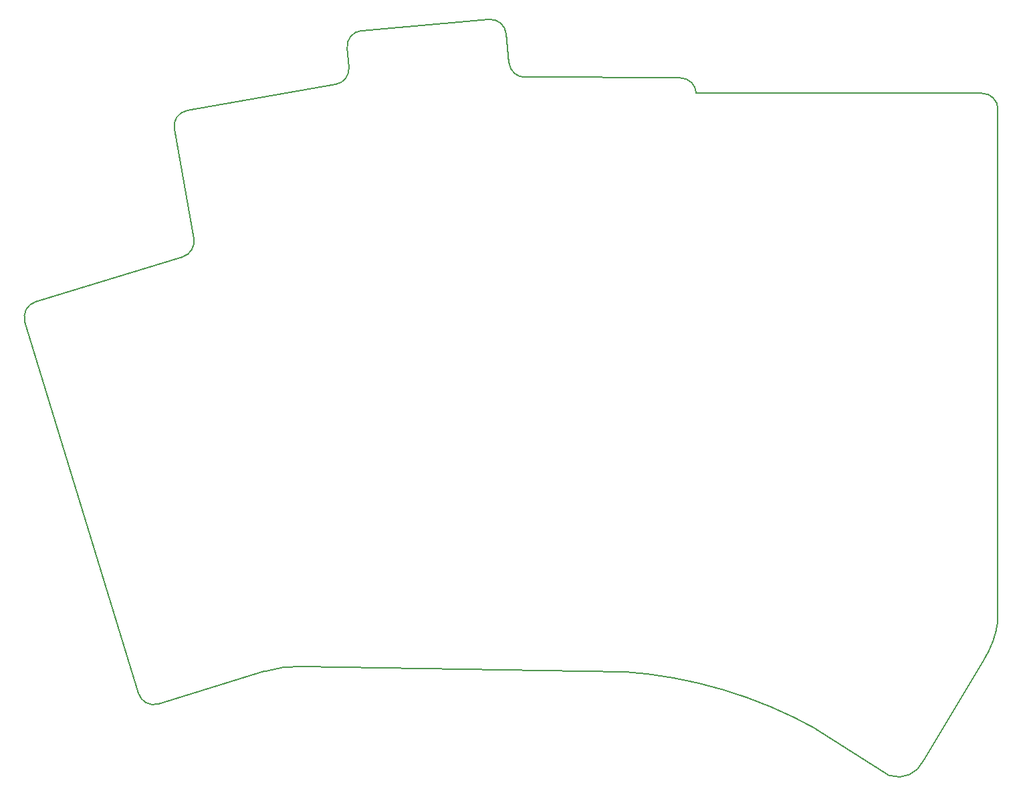
<source format=gm1>
%TF.GenerationSoftware,KiCad,Pcbnew,(6.0.4-0)*%
%TF.CreationDate,2022-04-27T15:29:04+02:00*%
%TF.ProjectId,duck-shorter-thumb,6475636b-2d73-4686-9f72-7465722d7468,v1.0.0*%
%TF.SameCoordinates,Original*%
%TF.FileFunction,Profile,NP*%
%FSLAX46Y46*%
G04 Gerber Fmt 4.6, Leading zero omitted, Abs format (unit mm)*
G04 Created by KiCad (PCBNEW (6.0.4-0)) date 2022-04-27 15:29:04*
%MOMM*%
%LPD*%
G01*
G04 APERTURE LIST*
%TA.AperFunction,Profile*%
%ADD10C,0.150000*%
%TD*%
G04 APERTURE END LIST*
D10*
X102517272Y118831064D02*
G75*
G03*
X104509588Y117005368I1992328J174236D01*
G01*
X80588005Y116115481D02*
G75*
G03*
X82233091Y118259454I-347305J1969619D01*
G01*
X162559987Y43180008D02*
G75*
G03*
X164411087Y48260000I-10133187J6569692D01*
G01*
X60120825Y110475759D02*
X62576774Y96547382D01*
X116922394Y41802640D02*
X76148965Y42467382D01*
X83834124Y122906984D02*
X99972478Y124318907D01*
X55592955Y39036289D02*
G75*
G03*
X58090380Y37708445I1912645J584811D01*
G01*
X58090381Y37708444D02*
X71518873Y41813947D01*
X126206535Y114966483D02*
X144510462Y114966483D01*
X162411087Y114966483D02*
X144510462Y114966483D01*
X104509588Y117005368D02*
X124207160Y116916483D01*
X76148965Y42467369D02*
G75*
G03*
X71518873Y41813947I-244565J-14997969D01*
G01*
X41208340Y86086505D02*
X55593028Y39036311D01*
X102139207Y122500831D02*
G75*
G03*
X99972478Y124318908I-1992407J-174331D01*
G01*
X61743143Y112792674D02*
G75*
G03*
X60120826Y110475759I347297J-1969614D01*
G01*
X154940000Y30480000D02*
X162560000Y43180000D01*
X141446901Y34521572D02*
G75*
G03*
X116922394Y41802640I-28542901J-51196872D01*
G01*
X150695205Y28661253D02*
X141446897Y34521564D01*
X126206558Y114966484D02*
G75*
G03*
X124207160Y116916483I-1999358J-49984D01*
G01*
X150695191Y28661214D02*
G75*
G03*
X154940000Y30480000I1121409J3245586D01*
G01*
X42536205Y88583859D02*
G75*
G03*
X41208341Y86086504I584745J-1912609D01*
G01*
X102139179Y122500829D02*
X102517198Y118831058D01*
X61743144Y112792671D02*
X80587997Y116115527D01*
X61191889Y94287520D02*
G75*
G03*
X62576773Y96547382I-584689J1912580D01*
G01*
X83834126Y122906958D02*
G75*
G03*
X82016046Y120740284I174274J-1992358D01*
G01*
X42536206Y88583857D02*
X61191902Y94287476D01*
X82233090Y118259454D02*
X82016046Y120740283D01*
X164411083Y112966483D02*
G75*
G03*
X162411087Y114966483I-1999983J17D01*
G01*
X164411087Y48260000D02*
X164411087Y112966483D01*
M02*

</source>
